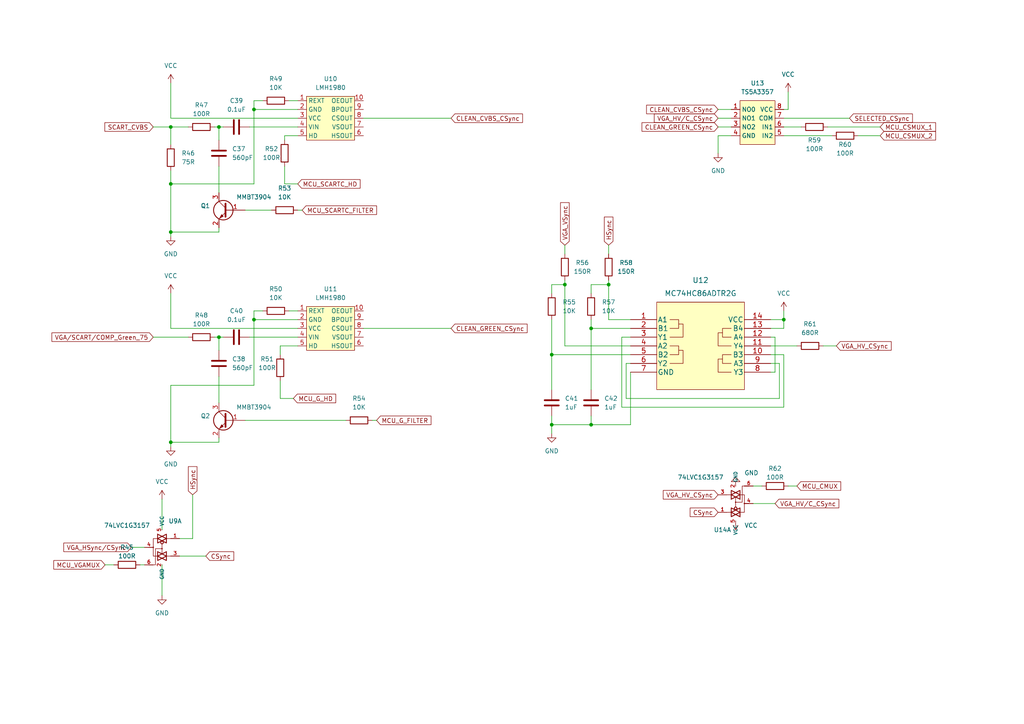
<source format=kicad_sch>
(kicad_sch (version 20211123) (generator eeschema)
  (paper "A4")
  (title_block (title "RT5XP-EXP") (date "2023-04-07") (rev "V1.1") (company "Artjom Eske"))
  (lib_symbols
    (symbol "74xGxx:74LVC1G3157" (pin_names (offset 1.016))
      (property "Reference" "U?" (at -0.635 8.89 0))
      (property "Value" "74LVC1G3157" (at -0.635 6.35 0))
      (symbol "74LVC1G3157_0_1"
        (circle (center -2.54 0) (radius 0.127))
        (circle (center 0 -0.381) (radius 0.127))
        (polyline (pts (xy -3.81 -5.08) (xy -2.54 -5.08)))
        (polyline (pts (xy -3.81 0) (xy -2.54 0)))
        (polyline (pts (xy 2.54 -2.54) (xy 1.27 -2.54)))
        (polyline (pts (xy 2.54 2.54) (xy 1.27 2.54)))
        (polyline (pts (xy 0 1.016) (xy 0 0) (xy 0 -1.905)))
        (polyline (pts (xy -1.27 -2.54) (xy 0 -3.175) (xy -1.27 -3.81) (xy -1.27 -2.54)) (stroke (width 0.254)))
        (polyline (pts (xy -1.27 -1.27) (xy -1.27 -2.54) (xy 0 -1.905) (xy -1.27 -1.27)) (stroke (width 0.254)))
        (polyline (pts (xy -1.27 2.54) (xy 0 1.905) (xy -1.27 1.27) (xy -1.27 2.54)) (stroke (width 0.254)))
        (polyline (pts (xy -1.27 3.81) (xy 0 3.175) (xy -1.27 2.54) (xy -1.27 3.81)) (stroke (width 0.254)))
        (polyline (pts (xy 0 -0.381) (xy -1.905 -0.381) (xy -1.905 -5.08) (xy -2.54 -5.08)))
        (polyline (pts (xy 1.27 -2.54) (xy 0 -3.175) (xy 1.27 -3.81) (xy 1.27 -2.54)) (stroke (width 0.254)))
        (polyline (pts (xy 1.27 -1.27) (xy 1.27 -2.54) (xy 0 -1.905) (xy 1.27 -1.27)) (stroke (width 0.254)))
        (polyline (pts (xy 1.27 2.54) (xy 1.27 1.27) (xy 0 1.905) (xy 1.27 2.54)) (stroke (width 0.254)))
        (polyline (pts (xy 1.27 2.54) (xy 1.27 3.81) (xy 0 3.175) (xy 1.27 2.54)) (stroke (width 0.254)))
        (polyline (pts (xy -1.27 2.54) (xy -2.54 2.54) (xy -2.54 0) (xy -2.54 -2.54) (xy -1.27 -2.54)))
        (circle (center 0 1.397) (radius 0.381) (stroke (width 0.254)))
        (pin power_in line (at 0 -5.08 270) (length 0) (name "GND") (number "2"))
        (pin power_in line (at 0 5.08 90) (length 0) (name "VCC") (number "5"))
      )
      (symbol "74LVC1G3157_1_1"
        (pin bidirectional line (at 5.08 2.54 180) (length 2.54) (name "~") (number "1"))
        (pin bidirectional line (at 5.08 -2.54 180) (length 2.54) (name "~") (number "3"))
        (pin bidirectional line (at -5.08 0 0) (length 2.54) (name "~") (number "4"))
        (pin input line (at -5.08 -5.08 0) (length 2.54) (name "~") (number "6"))
      )
      (symbol "74LVC1G3157_2_1"
        (pin bidirectional line (at -6.35 0 0) (length 2.54) (name "~") (number "1"))
        (pin input line (at 5.08 -5.08 180) (length 2.54) (name "~") (number "2"))
        (pin input line (at -6.35 -5.08 0) (length 2.54) (name "~") (number "5"))
        (pin bidirectional line (at 5.08 -2.54 180) (length 2.54) (name "~") (number "6"))
        (pin bidirectional line (at 5.08 2.54 180) (length 2.54) (name "~") (number "7"))
      )
    )
    (symbol "AE:LMH1980"
      (property "Reference" "U" (at 0 10.16 0))
      (property "Value" "LMH1980" (at 0 7.62 0))
      (symbol "LMH1980_0_1"
        (rectangle (start -6.35 6.35) (end 7.62 -6.35) (fill (type background)))
      )
      (symbol "LMH1980_1_1"
        (pin input line (at -8.89 5.08 0) (length 2.54) (name "REXT") (number "1"))
        (pin input line (at 10.16 5.08 180) (length 2.54) (name "OEOUT") (number "10"))
        (pin input line (at -8.89 2.54 0) (length 2.54) (name "GND") (number "2"))
        (pin input line (at -8.89 0 0) (length 2.54) (name "VCC") (number "3"))
        (pin input line (at -8.89 -2.54 0) (length 2.54) (name "VIN") (number "4"))
        (pin input line (at -8.89 -5.08 0) (length 2.54) (name "HD") (number "5"))
        (pin input line (at 10.16 -5.08 180) (length 2.54) (name "HSOUT") (number "6"))
        (pin input line (at 10.16 -2.54 180) (length 2.54) (name "VSOUT") (number "7"))
        (pin input line (at 10.16 0 180) (length 2.54) (name "CSOUT") (number "8"))
        (pin input line (at 10.16 2.54 180) (length 2.54) (name "BPOUT") (number "9"))
      )
    )
    (symbol "AE:MC74HC86ADTR2G" (pin_names (offset 0.254))
      (property "Reference" "U" (at 20.32 10.16 0))
      (property "Value" "MC74HC86ADTR2G" (at 20.32 7.62 0))
      (symbol "MC74HC86ADTR2G_0_1"
        (polyline (pts (xy 11.43 -7.62) (xy 13.97 -7.62) (xy 13.97 -10.16) (xy 11.43 -10.16)) (stroke (width 0.1524)))
        (polyline (pts (xy 11.43 0) (xy 13.97 0) (xy 13.97 -2.54) (xy 11.43 -2.54)) (stroke (width 0.1524)))
        (polyline (pts (xy 13.97 -8.89) (xy 15.24 -8.89) (xy 15.24 -12.7) (xy 11.43 -12.7)) (stroke (width 0.1524)))
        (polyline (pts (xy 13.97 -1.27) (xy 15.24 -1.27) (xy 15.24 -5.08) (xy 11.43 -5.08)) (stroke (width 0.1524)))
        (polyline (pts (xy 26.67 -11.43) (xy 25.4 -11.43) (xy 25.4 -15.24) (xy 29.21 -15.24)) (stroke (width 0.1524)))
        (polyline (pts (xy 26.67 -3.81) (xy 25.4 -3.81) (xy 25.4 -7.62) (xy 29.21 -7.62)) (stroke (width 0.1524)))
        (polyline (pts (xy 29.21 -2.54) (xy 26.67 -2.54) (xy 26.67 -5.08) (xy 29.21 -5.08)) (stroke (width 0.1524)))
        (polyline (pts (xy 29.21 -10.16) (xy 27.94 -10.16) (xy 26.67 -10.16) (xy 26.67 -12.7) (xy 29.21 -12.7)) (stroke (width 0.1524)))
      )
      (symbol "MC74HC86ADTR2G_1_1"
        (polyline (pts (xy 33.02 5.08) (xy 7.62 5.08)) (stroke (width 0.127)))
        (rectangle (start 7.62 5.08) (end 33.02 -20.32) (stroke (width 0.1524)) (fill (type background)))
        (pin input line (at 0 0 0) (length 7.62) (name "A1") (number "1"))
        (pin input line (at 40.64 -10.16 180) (length 7.62) (name "B3") (number "10"))
        (pin output line (at 40.64 -7.62 180) (length 7.62) (name "Y4") (number "11"))
        (pin input line (at 40.64 -5.08 180) (length 7.62) (name "A4") (number "12"))
        (pin input line (at 40.64 -2.54 180) (length 7.62) (name "B4") (number "13"))
        (pin power_in line (at 40.64 0 180) (length 7.62) (name "VCC") (number "14"))
        (pin input line (at 0 -2.54 0) (length 7.62) (name "B1") (number "2"))
        (pin output line (at 0 -5.08 0) (length 7.62) (name "Y1") (number "3"))
        (pin input line (at 0 -7.62 0) (length 7.62) (name "A2") (number "4"))
        (pin input line (at 0 -10.16 0) (length 7.62) (name "B2") (number "5"))
        (pin output line (at 0 -12.7 0) (length 7.62) (name "Y2") (number "6"))
        (pin power_in line (at 0 -15.24 0) (length 7.62) (name "GND") (number "7"))
        (pin output line (at 40.64 -15.24 180) (length 7.62) (name "Y3") (number "8"))
        (pin input line (at 40.64 -12.7 180) (length 7.62) (name "A3") (number "9"))
      )
    )
    (symbol "AE:TS5A3357"
      (property "Reference" "U" (at 0 7.62 0))
      (property "Value" "TS5A3357" (at 0 -7.62 0))
      (symbol "TS5A3357_0_1"
        (rectangle (start -5.08 6.35) (end 5.08 -6.35) (fill (type background)))
      )
      (symbol "TS5A3357_1_1"
        (pin input line (at -7.62 3.81 0) (length 2.54) (name "NO0") (number "1"))
        (pin input line (at -7.62 1.27 0) (length 2.54) (name "NO1") (number "2"))
        (pin input line (at -7.62 -1.27 0) (length 2.54) (name "NO2") (number "3"))
        (pin input line (at -7.62 -3.81 0) (length 2.54) (name "GND") (number "4"))
        (pin input line (at 7.62 -3.81 180) (length 2.54) (name "IN2") (number "5"))
        (pin input line (at 7.62 -1.27 180) (length 2.54) (name "IN1") (number "6"))
        (pin output line (at 7.62 1.27 180) (length 2.54) (name "COM") (number "7"))
        (pin input line (at 7.62 3.81 180) (length 2.54) (name "VCC") (number "8"))
      )
    )
    (symbol "Device:C" (pin_numbers hide) (pin_names (offset 0.254))
      (property "Reference" "C" (at 0.635 2.54 0))
      (property "Value" "C" (at 0.635 -2.54 0))
      (symbol "C_0_1"
        (polyline (pts (xy -2.032 -0.762) (xy 2.032 -0.762)) (stroke (width 0.508)))
        (polyline (pts (xy -2.032 0.762) (xy 2.032 0.762)) (stroke (width 0.508)))
      )
      (symbol "C_1_1"
        (pin passive line (at 0 3.81 270) (length 2.794) (name "~") (number "1"))
        (pin passive line (at 0 -3.81 90) (length 2.794) (name "~") (number "2"))
      )
    )
    (symbol "Device:R" (pin_numbers hide) (pin_names (offset 0))
      (property "Reference" "R" (at 2.032 0 90))
      (property "Value" "R" (at 0 0 90))
      (symbol "R_0_1"
        (rectangle (start -1.016 -2.54) (end 1.016 2.54) (stroke (width 0.254)))
      )
      (symbol "R_1_1"
        (pin passive line (at 0 3.81 270) (length 1.27) (name "~") (number "1"))
        (pin passive line (at 0 -3.81 90) (length 1.27) (name "~") (number "2"))
      )
    )
    (symbol "Transistor_BJT:MMBT3904" (pin_names (offset 0) hide)
      (property "Reference" "Q" (at 5.08 1.905 0))
      (property "Value" "MMBT3904" (at 5.08 0 0))
      (symbol "MMBT3904_0_1"
        (polyline (pts (xy 0.635 0.635) (xy 2.54 2.54)))
        (polyline (pts (xy 0.635 -0.635) (xy 2.54 -2.54) (xy 2.54 -2.54)))
        (polyline (pts (xy 0.635 1.905) (xy 0.635 -1.905) (xy 0.635 -1.905)) (stroke (width 0.508)))
        (polyline (pts (xy 1.27 -1.778) (xy 1.778 -1.27) (xy 2.286 -2.286) (xy 1.27 -1.778) (xy 1.27 -1.778)) (fill (type outline)))
        (circle (center 1.27 0) (radius 2.8194) (stroke (width 0.254)))
      )
      (symbol "MMBT3904_1_1"
        (pin input line (at -5.08 0 0) (length 5.715) (name "B") (number "1"))
        (pin passive line (at 2.54 -5.08 90) (length 2.54) (name "E") (number "2"))
        (pin passive line (at 2.54 5.08 270) (length 2.54) (name "C") (number "3"))
      )
    )
    (symbol "power:GND" (power) (pin_names (offset 0))
      (property "Value" "GND" (at 0 -3.81 0))
      (symbol "GND_0_1"
        (polyline (pts (xy 0 0) (xy 0 -1.27) (xy 1.27 -1.27) (xy 0 -2.54) (xy -1.27 -1.27) (xy 0 -1.27)))
      )
      (symbol "GND_1_1"
        (pin power_in line (at 0 0 270) (length 0) hide (name "GND") (number "1"))
      )
    )
    (symbol "power:VCC" (power) (pin_names (offset 0))
      (property "Value" "VCC" (at 0 3.81 0))
      (symbol "VCC_0_1"
        (polyline (pts (xy -0.762 1.27) (xy 0 2.54)))
        (polyline (pts (xy 0 0) (xy 0 2.54)))
        (polyline (pts (xy 0 2.54) (xy 0.762 1.27)))
      )
      (symbol "VCC_1_1"
        (pin power_in line (at 0 0 90) (length 0) hide (name "VCC") (number "1"))
      )
    )
  )
  (junction (at 73.66 31.75))
  (junction (at 160.02 102.87))
  (junction (at 49.53 67.31))
  (junction (at 63.5 36.83))
  (junction (at 160.02 123.19))
  (junction (at 176.53 82.55))
  (junction (at 49.53 128.27))
  (junction (at 49.53 36.83))
  (junction (at 73.66 92.71))
  (junction (at 171.45 123.19))
  (junction (at 63.5 97.79))
  (junction (at 163.83 82.55))
  (junction (at 171.45 95.25))
  (junction (at 227.33 92.71))
  (junction (at 49.53 53.34))
  (wire (pts (xy 62.23 36.83) (xy 63.5 36.83)))
  (wire (pts (xy 176.53 81.28) (xy 176.53 82.55)))
  (wire (pts (xy 160.02 123.19) (xy 160.02 120.65)))
  (wire (pts (xy 40.64 163.83) (xy 41.91 163.83)))
  (wire (pts (xy 224.79 97.79) (xy 223.52 97.79)))
  (wire (pts (xy 232.41 36.83) (xy 227.33 36.83)))
  (wire (pts (xy 208.28 36.83) (xy 212.09 36.83)))
  (wire (pts (xy 46.99 144.78) (xy 46.99 153.67)))
  (wire (pts (xy 63.5 66.04) (xy 63.5 67.31)))
  (wire (pts (xy 220.98 140.97) (xy 218.44 140.97)))
  (wire (pts (xy 171.45 82.55) (xy 176.53 82.55)))
  (wire (pts (xy 63.5 36.83) (xy 63.5 40.64)))
  (wire (pts (xy 82.55 40.64) (xy 82.55 39.37)))
  (wire (pts (xy 160.02 102.87) (xy 182.88 102.87)))
  (wire (pts (xy 49.53 67.31) (xy 63.5 67.31)))
  (wire (pts (xy 49.53 111.76) (xy 49.53 128.27)))
  (wire (pts (xy 227.33 90.17) (xy 227.33 92.71)))
  (wire (pts (xy 107.95 121.92) (xy 109.22 121.92)))
  (wire (pts (xy 182.88 105.41) (xy 181.61 105.41)))
  (wire (pts (xy 105.41 95.25) (xy 130.81 95.25)))
  (wire (pts (xy 73.66 29.21) (xy 73.66 31.75)))
  (wire (pts (xy 49.53 85.09) (xy 49.53 95.25)))
  (wire (pts (xy 163.83 81.28) (xy 163.83 82.55)))
  (wire (pts (xy 208.28 34.29) (xy 212.09 34.29)))
  (wire (pts (xy 227.33 118.11) (xy 227.33 102.87)))
  (wire (pts (xy 181.61 105.41) (xy 181.61 115.57)))
  (wire (pts (xy 82.55 48.26) (xy 82.55 53.34)))
  (wire (pts (xy 30.48 163.83) (xy 33.02 163.83)))
  (wire (pts (xy 182.88 107.95) (xy 182.88 123.19)))
  (wire (pts (xy 63.5 109.22) (xy 63.5 116.84)))
  (wire (pts (xy 78.74 60.96) (xy 71.12 60.96)))
  (wire (pts (xy 181.61 115.57) (xy 226.06 115.57)))
  (wire (pts (xy 44.45 36.83) (xy 49.53 36.83)))
  (wire (pts (xy 242.57 100.33) (xy 238.76 100.33)))
  (wire (pts (xy 86.36 31.75) (xy 73.66 31.75)))
  (wire (pts (xy 73.66 53.34) (xy 49.53 53.34)))
  (wire (pts (xy 49.53 128.27) (xy 63.5 128.27)))
  (wire (pts (xy 223.52 95.25) (xy 227.33 95.25)))
  (wire (pts (xy 208.28 31.75) (xy 212.09 31.75)))
  (wire (pts (xy 83.82 29.21) (xy 86.36 29.21)))
  (wire (pts (xy 255.27 39.37) (xy 248.92 39.37)))
  (wire (pts (xy 62.23 97.79) (xy 63.5 97.79)))
  (wire (pts (xy 82.55 53.34) (xy 86.36 53.34)))
  (wire (pts (xy 86.36 34.29) (xy 49.53 34.29)))
  (wire (pts (xy 72.39 97.79) (xy 86.36 97.79)))
  (wire (pts (xy 163.83 71.12) (xy 163.83 73.66)))
  (wire (pts (xy 81.28 102.87) (xy 81.28 100.33)))
  (wire (pts (xy 176.53 71.12) (xy 176.53 73.66)))
  (wire (pts (xy 160.02 123.19) (xy 160.02 125.73)))
  (wire (pts (xy 163.83 100.33) (xy 182.88 100.33)))
  (wire (pts (xy 86.36 92.71) (xy 73.66 92.71)))
  (wire (pts (xy 49.53 49.53) (xy 49.53 53.34)))
  (wire (pts (xy 227.33 34.29) (xy 246.38 34.29)))
  (wire (pts (xy 227.33 92.71) (xy 223.52 92.71)))
  (wire (pts (xy 81.28 110.49) (xy 81.28 115.57)))
  (wire (pts (xy 160.02 92.71) (xy 160.02 102.87)))
  (wire (pts (xy 81.28 115.57) (xy 85.09 115.57)))
  (wire (pts (xy 105.41 34.29) (xy 130.81 34.29)))
  (wire (pts (xy 255.27 36.83) (xy 240.03 36.83)))
  (wire (pts (xy 63.5 97.79) (xy 63.5 101.6)))
  (wire (pts (xy 100.33 121.92) (xy 71.12 121.92)))
  (wire (pts (xy 73.66 111.76) (xy 49.53 111.76)))
  (wire (pts (xy 63.5 97.79) (xy 64.77 97.79)))
  (wire (pts (xy 52.07 156.21) (xy 55.88 156.21)))
  (wire (pts (xy 160.02 85.09) (xy 160.02 82.55)))
  (wire (pts (xy 160.02 102.87) (xy 160.02 113.03)))
  (wire (pts (xy 176.53 92.71) (xy 182.88 92.71)))
  (wire (pts (xy 46.99 163.83) (xy 46.99 172.72)))
  (wire (pts (xy 171.45 123.19) (xy 160.02 123.19)))
  (wire (pts (xy 182.88 97.79) (xy 180.34 97.79)))
  (wire (pts (xy 182.88 123.19) (xy 171.45 123.19)))
  (wire (pts (xy 241.3 39.37) (xy 227.33 39.37)))
  (wire (pts (xy 73.66 92.71) (xy 73.66 111.76)))
  (wire (pts (xy 227.33 95.25) (xy 227.33 92.71)))
  (wire (pts (xy 55.88 156.21) (xy 55.88 143.51)))
  (wire (pts (xy 226.06 115.57) (xy 226.06 105.41)))
  (wire (pts (xy 224.79 146.05) (xy 218.44 146.05)))
  (wire (pts (xy 83.82 90.17) (xy 86.36 90.17)))
  (wire (pts (xy 180.34 97.79) (xy 180.34 118.11)))
  (wire (pts (xy 49.53 36.83) (xy 54.61 36.83)))
  (wire (pts (xy 76.2 29.21) (xy 73.66 29.21)))
  (wire (pts (xy 228.6 31.75) (xy 228.6 26.67)))
  (wire (pts (xy 176.53 82.55) (xy 176.53 92.71)))
  (wire (pts (xy 49.53 129.54) (xy 49.53 128.27)))
  (wire (pts (xy 163.83 82.55) (xy 163.83 100.33)))
  (wire (pts (xy 52.07 161.29) (xy 59.69 161.29)))
  (wire (pts (xy 63.5 127) (xy 63.5 128.27)))
  (wire (pts (xy 86.36 95.25) (xy 49.53 95.25)))
  (wire (pts (xy 227.33 102.87) (xy 223.52 102.87)))
  (wire (pts (xy 49.53 68.58) (xy 49.53 67.31)))
  (wire (pts (xy 171.45 92.71) (xy 171.45 95.25)))
  (wire (pts (xy 226.06 105.41) (xy 223.52 105.41)))
  (wire (pts (xy 49.53 53.34) (xy 49.53 67.31)))
  (wire (pts (xy 231.14 140.97) (xy 228.6 140.97)))
  (wire (pts (xy 180.34 118.11) (xy 227.33 118.11)))
  (wire (pts (xy 49.53 41.91) (xy 49.53 36.83)))
  (wire (pts (xy 82.55 39.37) (xy 86.36 39.37)))
  (wire (pts (xy 63.5 36.83) (xy 64.77 36.83)))
  (wire (pts (xy 72.39 36.83) (xy 86.36 36.83)))
  (wire (pts (xy 38.1 158.75) (xy 41.91 158.75)))
  (wire (pts (xy 86.36 60.96) (xy 87.63 60.96)))
  (wire (pts (xy 73.66 31.75) (xy 73.66 53.34)))
  (wire (pts (xy 171.45 95.25) (xy 171.45 113.03)))
  (wire (pts (xy 171.45 95.25) (xy 182.88 95.25)))
  (wire (pts (xy 171.45 82.55) (xy 171.45 85.09)))
  (wire (pts (xy 63.5 48.26) (xy 63.5 55.88)))
  (wire (pts (xy 208.28 39.37) (xy 212.09 39.37)))
  (wire (pts (xy 160.02 82.55) (xy 163.83 82.55)))
  (wire (pts (xy 227.33 31.75) (xy 228.6 31.75)))
  (wire (pts (xy 223.52 100.33) (xy 231.14 100.33)))
  (wire (pts (xy 223.52 107.95) (xy 224.79 107.95)))
  (wire (pts (xy 81.28 100.33) (xy 86.36 100.33)))
  (wire (pts (xy 171.45 123.19) (xy 171.45 120.65)))
  (wire (pts (xy 76.2 90.17) (xy 73.66 90.17)))
  (wire (pts (xy 73.66 90.17) (xy 73.66 92.71)))
  (wire (pts (xy 49.53 24.13) (xy 49.53 34.29)))
  (wire (pts (xy 224.79 107.95) (xy 224.79 97.79)))
  (wire (pts (xy 208.28 44.45) (xy 208.28 39.37)))
  (wire (pts (xy 44.45 97.79) (xy 54.61 97.79)))
  (global_label "VGA_HV{slash}C_CSync" (shape input) (at 224.79 146.05 0) (property "Intersheet References" "${INTERSHEET_REFS}" (effects hide)))
  (global_label "MCU_G_FILTER" (shape input) (at 109.22 121.92 0) (property "Intersheet References" "${INTERSHEET_REFS}" (effects hide)))
  (global_label "HSync" (shape input) (at 176.53 71.12 90) (property "Intersheet References" "${INTERSHEET_REFS}" (effects hide)))
  (global_label "CLEAN_GREEN_CSync" (shape input) (at 130.81 95.25 0) (property "Intersheet References" "${INTERSHEET_REFS}" (effects hide)))
  (global_label "VGA_HSync{slash}CSync" (shape input) (at 38.1 158.75 180) (property "Intersheet References" "${INTERSHEET_REFS}" (effects hide)))
  (global_label "MCU_VGAMUX" (shape input) (at 30.48 163.83 180) (property "Intersheet References" "${INTERSHEET_REFS}" (effects hide)))
  (global_label "MCU_SCARTC_FILTER" (shape input) (at 87.63 60.96 0) (property "Intersheet References" "${INTERSHEET_REFS}" (effects hide)))
  (global_label "MCU_CMUX" (shape input) (at 231.14 140.97 0) (property "Intersheet References" "${INTERSHEET_REFS}" (effects hide)))
  (global_label "MCU_CSMUX_2" (shape input) (at 255.27 39.37 0) (property "Intersheet References" "${INTERSHEET_REFS}" (effects hide)))
  (global_label "MCU_G_HD" (shape input) (at 85.09 115.57 0) (property "Intersheet References" "${INTERSHEET_REFS}" (effects hide)))
  (global_label "SCART_CVBS" (shape input) (at 44.45 36.83 180) (property "Intersheet References" "${INTERSHEET_REFS}" (effects hide)))
  (global_label "VGA{slash}SCART{slash}COMP_Green_75" (shape input) (at 44.45 97.79 180) (property "Intersheet References" "${INTERSHEET_REFS}" (effects hide)))
  (global_label "SELECTED_CSync" (shape input) (at 246.38 34.29 0) (property "Intersheet References" "${INTERSHEET_REFS}" (effects hide)))
  (global_label "VGA_HV_CSync" (shape input) (at 208.28 143.51 180) (property "Intersheet References" "${INTERSHEET_REFS}" (effects hide)))
  (global_label "CLEAN_GREEN_CSync" (shape input) (at 208.28 36.83 180) (property "Intersheet References" "${INTERSHEET_REFS}" (effects hide)))
  (global_label "MCU_SCARTC_HD" (shape input) (at 86.36 53.34 0) (property "Intersheet References" "${INTERSHEET_REFS}" (effects hide)))
  (global_label "CSync" (shape input) (at 59.69 161.29 0) (property "Intersheet References" "${INTERSHEET_REFS}" (effects hide)))
  (global_label "VGA_VSync" (shape input) (at 163.83 71.12 90) (property "Intersheet References" "${INTERSHEET_REFS}" (effects hide)))
  (global_label "CLEAN_CVBS_CSync" (shape input) (at 208.28 31.75 180) (property "Intersheet References" "${INTERSHEET_REFS}" (effects hide)))
  (global_label "HSync" (shape input) (at 55.88 143.51 90) (property "Intersheet References" "${INTERSHEET_REFS}" (effects hide)))
  (global_label "VGA_HV{slash}C_CSync" (shape input) (at 208.28 34.29 180) (property "Intersheet References" "${INTERSHEET_REFS}" (effects hide)))
  (global_label "VGA_HV_CSync" (shape input) (at 242.57 100.33 0) (property "Intersheet References" "${INTERSHEET_REFS}" (effects hide)))
  (global_label "MCU_CSMUX_1" (shape input) (at 255.27 36.83 0) (property "Intersheet References" "${INTERSHEET_REFS}" (effects hide)))
  (global_label "CLEAN_CVBS_CSync" (shape input) (at 130.81 34.29 0) (property "Intersheet References" "${INTERSHEET_REFS}" (effects hide)))
  (global_label "CSync" (shape input) (at 208.28 148.59 180) (property "Intersheet References" "${INTERSHEET_REFS}" (effects hide)))
  (symbol (lib_id "power:VCC") (at 213.36 151.13 180) (unit 1)
    (property "Reference" "#PWR047" (effects hide))
    (property "Value" "VCC" (at 215.9 152.3999 0) (effects (justify right)))
  )
  (symbol (lib_id "Device:R") (at 80.01 29.21 270) (unit 1)
    (property "Reference" "R49" (at 80.01 22.86 90))
    (property "Value" "10K" (at 80.01 25.4 90))
    (property "Footprint" "Resistor_SMD:R_0603_1608Metric" (effects hide))
  )
  (symbol (lib_id "Device:R") (at 160.02 88.9 180) (unit 1)
    (property "Reference" "R55" (at 165.1 87.63 0))
    (property "Value" "10K" (at 165.1 90.17 0))
    (property "Footprint" "Resistor_SMD:R_0603_1608Metric" (effects hide))
  )
  (symbol (lib_id "Device:C") (at 160.02 116.84 180) (unit 1)
    (property "Reference" "C41" (at 163.83 115.5699 0) (effects (justify right)))
    (property "Value" "1uF" (at 163.83 118.1099 0) (effects (justify right)))
    (property "Footprint" "Capacitor_SMD:C_0603_1608Metric" (effects hide))
  )
  (symbol (lib_id "power:VCC") (at 49.53 24.13 0) (unit 1)
    (property "Reference" "#PWR038" (effects hide))
    (property "Value" "VCC" (at 49.53 19.05 0))
  )
  (symbol (lib_id "74xGxx:74LVC1G3157") (at 213.36 146.05 180) (unit 1)
    (property "Reference" "U14" (at 209.55 153.67 0))
    (property "Value" "74LVC1G3157" (at 203.2 138.43 0))
    (property "Footprint" "Package_TO_SOT_SMD:TSOT-23-6" (effects hide))
    (property "Datasheet" "http://www.ti.com/lit/sg/scyt129e/scyt129e.pdf" (effects hide))
  )
  (symbol (lib_id "Device:R") (at 224.79 140.97 90) (unit 1)
    (property "Reference" "R62" (at 224.79 135.89 90))
    (property "Value" "100R" (at 224.79 138.43 90))
    (property "Footprint" "Resistor_SMD:R_0603_1608Metric" (effects hide))
  )
  (symbol (lib_id "AE:LMH1980") (at 95.25 95.25 0) (unit 1)
    (property "Reference" "U11" (at 95.885 83.82 0))
    (property "Value" "LMH1980" (at 95.885 86.36 0))
    (property "Footprint" "Package_SO:VSSOP-10_3x3mm_P0.5mm" (effects hide))
  )
  (symbol (lib_id "power:GND") (at 160.02 125.73 0) (unit 1)
    (property "Reference" "#PWR042" (effects hide))
    (property "Value" "GND" (at 160.02 130.81 0))
  )
  (symbol (lib_id "74xGxx:74LVC1G3157") (at 46.99 158.75 0) (unit 1)
    (property "Reference" "U9" (at 50.8 151.13 0))
    (property "Value" "74LVC1G3157" (at 36.83 152.4 0))
    (property "Footprint" "Package_TO_SOT_SMD:TSOT-23-6" (effects hide))
    (property "Datasheet" "http://www.ti.com/lit/sg/scyt129e/scyt129e.pdf" (effects hide))
  )
  (symbol (lib_id "Device:R") (at 80.01 90.17 270) (unit 1)
    (property "Reference" "R50" (at 80.01 83.82 90))
    (property "Value" "10K" (at 80.01 86.36 90))
    (property "Footprint" "Resistor_SMD:R_0603_1608Metric" (effects hide))
  )
  (symbol (lib_id "power:GND") (at 213.36 140.97 180) (unit 1)
    (property "Reference" "#PWR046" (effects hide))
    (property "Value" "GND" (at 215.9 137.16 0) (effects (justify right)))
  )
  (symbol (lib_id "power:VCC") (at 228.6 26.67 0) (unit 1)
    (property "Reference" "#PWR044" (effects hide))
    (property "Value" "VCC" (at 228.6 21.59 0))
  )
  (symbol (lib_id "Device:C") (at 68.58 36.83 90) (unit 1)
    (property "Reference" "C39" (at 68.58 29.21 90))
    (property "Value" "0.1uF" (at 68.58 31.75 90))
    (property "Footprint" "Capacitor_SMD:C_0603_1608Metric" (effects hide))
  )
  (symbol (lib_id "Device:R") (at 36.83 163.83 90) (unit 1)
    (property "Reference" "R45" (at 36.83 158.75 90))
    (property "Value" "100R" (at 36.83 161.29 90))
    (property "Footprint" "Resistor_SMD:R_0603_1608Metric" (effects hide))
  )
  (symbol (lib_id "power:GND") (at 49.53 68.58 0) (unit 1)
    (property "Reference" "#PWR039" (effects hide))
    (property "Value" "GND" (at 49.53 73.66 0))
  )
  (symbol (lib_id "Device:C") (at 63.5 105.41 180) (unit 1)
    (property "Reference" "C38" (at 67.31 104.1399 0) (effects (justify right)))
    (property "Value" "560pF" (at 67.31 106.6799 0) (effects (justify right)))
    (property "Footprint" "Capacitor_SMD:C_0603_1608Metric" (effects hide))
  )
  (symbol (lib_id "power:VCC") (at 227.33 90.17 0) (unit 1)
    (property "Reference" "#PWR045" (effects hide))
    (property "Value" "VCC" (at 227.33 85.09 0))
  )
  (symbol (lib_id "Device:C") (at 171.45 116.84 180) (unit 1)
    (property "Reference" "C42" (at 175.26 115.5699 0) (effects (justify right)))
    (property "Value" "1uF" (at 175.26 118.1099 0) (effects (justify right)))
    (property "Footprint" "Capacitor_SMD:C_0603_1608Metric" (effects hide))
  )
  (symbol (lib_id "Device:R") (at 49.53 45.72 180) (unit 1)
    (property "Reference" "R46" (at 54.61 44.45 0))
    (property "Value" "75R" (at 54.61 46.99 0))
    (property "Footprint" "Resistor_SMD:R_0603_1608Metric" (effects hide))
  )
  (symbol (lib_id "AE:MC74HC86ADTR2G") (at 182.88 92.71 0) (unit 1)
    (property "Reference" "U12" (at 203.2 81.28 0) (effects (font (size 1.524 1.524))))
    (property "Value" "MC74HC86ADTR2G" (at 203.2 85.09 0) (effects (font (size 1.524 1.524))))
    (property "Footprint" "Package_SO:TSSOP-14_4.4x5mm_P0.65mm" (effects hide))
  )
  (symbol (lib_id "power:GND") (at 46.99 172.72 0) (unit 1)
    (property "Reference" "#PWR037" (effects hide))
    (property "Value" "GND" (at 46.99 177.8 0))
  )
  (symbol (lib_id "Device:R") (at 82.55 44.45 0) (unit 1)
    (property "Reference" "R52" (at 78.74 43.18 0))
    (property "Value" "100R" (at 78.74 45.72 0))
    (property "Footprint" "Resistor_SMD:R_0603_1608Metric" (effects hide))
  )
  (symbol (lib_id "Device:R") (at 176.53 77.47 180) (unit 1)
    (property "Reference" "R58" (at 181.61 76.2 0))
    (property "Value" "150R" (at 181.61 78.74 0))
    (property "Footprint" "Resistor_SMD:R_0603_1608Metric" (effects hide))
  )
  (symbol (lib_id "Device:R") (at 236.22 36.83 90) (unit 1)
    (property "Reference" "R59" (at 236.22 40.64 90))
    (property "Value" "100R" (at 236.22 43.18 90))
    (property "Footprint" "Resistor_SMD:R_0603_1608Metric" (effects hide))
  )
  (symbol (lib_id "Device:R") (at 234.95 100.33 270) (unit 1)
    (property "Reference" "R61" (at 234.95 93.98 90))
    (property "Value" "680R" (at 234.95 96.52 90))
    (property "Footprint" "Resistor_SMD:R_0603_1608Metric" (effects hide))
  )
  (symbol (lib_id "power:GND") (at 49.53 129.54 0) (unit 1)
    (property "Reference" "#PWR041" (effects hide))
    (property "Value" "GND" (at 49.53 134.62 0))
  )
  (symbol (lib_id "power:VCC") (at 49.53 85.09 0) (unit 1)
    (property "Reference" "#PWR040" (effects hide))
    (property "Value" "VCC" (at 49.53 80.01 0))
  )
  (symbol (lib_id "Device:R") (at 58.42 36.83 270) (unit 1)
    (property "Reference" "R47" (at 58.42 30.48 90))
    (property "Value" "100R" (at 58.42 33.02 90))
    (property "Footprint" "Resistor_SMD:R_0603_1608Metric" (effects hide))
  )
  (symbol (lib_id "Transistor_BJT:MMBT3904") (at 66.04 121.92 0) (mirror y) (unit 1)
    (property "Reference" "Q2" (at 60.96 120.6499 0) (effects (justify left)))
    (property "Value" "MMBT3904" (at 78.74 118.11 0) (effects (justify left)))
    (property "Footprint" "Package_TO_SOT_SMD:SOT-23" (effects hide))
    (property "Datasheet" "https://www.onsemi.com/pub/Collateral/2N3903-D.PDF" (effects hide))
  )
  (symbol (lib_id "power:GND") (at 208.28 44.45 0) (unit 1)
    (property "Reference" "#PWR043" (effects hide))
    (property "Value" "GND" (at 208.28 49.53 0))
  )
  (symbol (lib_id "Device:R") (at 163.83 77.47 180) (unit 1)
    (property "Reference" "R56" (at 168.91 76.2 0))
    (property "Value" "150R" (at 168.91 78.74 0))
    (property "Footprint" "Resistor_SMD:R_0603_1608Metric" (effects hide))
  )
  (symbol (lib_id "Device:R") (at 58.42 97.79 270) (unit 1)
    (property "Reference" "R48" (at 58.42 91.44 90))
    (property "Value" "100R" (at 58.42 93.98 90))
    (property "Footprint" "Resistor_SMD:R_0603_1608Metric" (effects hide))
  )
  (symbol (lib_id "Device:C") (at 68.58 97.79 90) (unit 1)
    (property "Reference" "C40" (at 68.58 90.17 90))
    (property "Value" "0.1uF" (at 68.58 92.71 90))
    (property "Footprint" "Capacitor_SMD:C_0603_1608Metric" (effects hide))
  )
  (symbol (lib_id "Device:R") (at 245.11 39.37 90) (unit 1)
    (property "Reference" "R60" (at 245.11 41.91 90))
    (property "Value" "100R" (at 245.11 44.45 90))
    (property "Footprint" "Resistor_SMD:R_0603_1608Metric" (effects hide))
  )
  (symbol (lib_id "power:VCC") (at 46.99 144.78 0) (unit 1)
    (property "Reference" "#PWR036" (effects hide))
    (property "Value" "VCC" (at 46.99 139.7 0))
  )
  (symbol (lib_id "AE:TS5A3357") (at 219.71 35.56 0) (unit 1)
    (property "Reference" "U13" (at 219.71 24.13 0))
    (property "Value" "TS5A3357" (at 219.71 26.67 0))
    (property "Footprint" "Package_SO:VSSOP-8_2.3x2mm_P0.5mm" (effects hide))
  )
  (symbol (lib_id "Device:R") (at 171.45 88.9 180) (unit 1)
    (property "Reference" "R57" (at 176.53 87.63 0))
    (property "Value" "10K" (at 176.53 90.17 0))
    (property "Footprint" "Resistor_SMD:R_0603_1608Metric" (effects hide))
  )
  (symbol (lib_id "Device:C") (at 63.5 44.45 180) (unit 1)
    (property "Reference" "C37" (at 67.31 43.1799 0) (effects (justify right)))
    (property "Value" "560pF" (at 67.31 45.7199 0) (effects (justify right)))
    (property "Footprint" "Capacitor_SMD:C_0603_1608Metric" (effects hide))
  )
  (symbol (lib_id "Device:R") (at 81.28 106.68 0) (unit 1)
    (property "Reference" "R51" (at 77.47 104.14 0))
    (property "Value" "100R" (at 77.47 106.68 0))
    (property "Footprint" "Resistor_SMD:R_0603_1608Metric" (effects hide))
  )
  (symbol (lib_id "Transistor_BJT:MMBT3904") (at 66.04 60.96 0) (mirror y) (unit 1)
    (property "Reference" "Q1" (at 60.96 59.6899 0) (effects (justify left)))
    (property "Value" "MMBT3904" (at 78.74 57.15 0) (effects (justify left)))
    (property "Footprint" "Package_TO_SOT_SMD:SOT-23" (effects hide))
    (property "Datasheet" "https://www.onsemi.com/pub/Collateral/2N3903-D.PDF" (effects hide))
  )
  (symbol (lib_id "Device:R") (at 82.55 60.96 270) (unit 1)
    (property "Reference" "R53" (at 82.55 54.61 90))
    (property "Value" "10K" (at 82.55 57.15 90))
    (property "Footprint" "Resistor_SMD:R_0603_1608Metric" (effects hide))
  )
  (symbol (lib_id "AE:LMH1980") (at 95.25 34.29 0) (unit 1)
    (property "Reference" "U10" (at 95.885 22.86 0))
    (property "Value" "LMH1980" (at 95.885 25.4 0))
    (property "Footprint" "Package_SO:VSSOP-10_3x3mm_P0.5mm" (effects hide))
  )
  (symbol (lib_id "Device:R") (at 104.14 121.92 270) (unit 1)
    (property "Reference" "R54" (at 104.14 115.57 90))
    (property "Value" "10K" (at 104.14 118.11 90))
    (property "Footprint" "Resistor_SMD:R_0603_1608Metric" (effects hide))
  )
)
</source>
